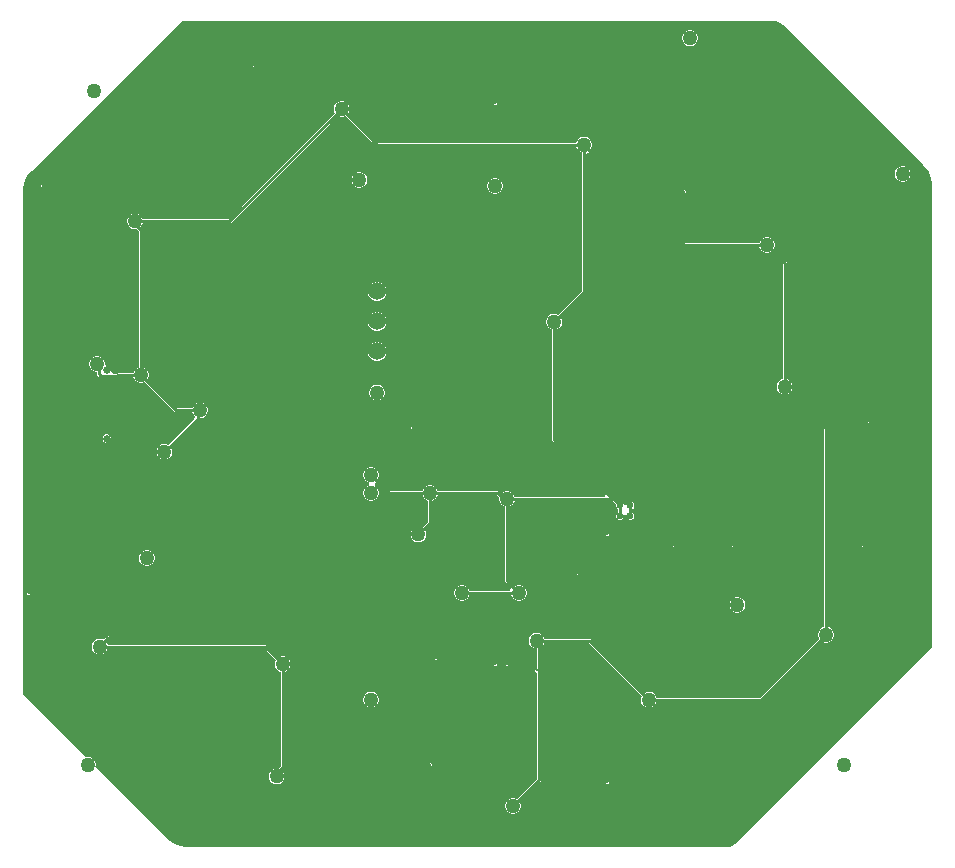
<source format=gbl>
G04*
G04 #@! TF.GenerationSoftware,Altium Limited,Altium Designer,24.9.1 (31)*
G04*
G04 Layer_Physical_Order=4*
G04 Layer_Color=16711680*
%FSLAX44Y44*%
%MOMM*%
G71*
G04*
G04 #@! TF.SameCoordinates,E34D74D8-3647-4743-B869-721777AC5566*
G04*
G04*
G04 #@! TF.FilePolarity,Positive*
G04*
G01*
G75*
%ADD15C,0.2540*%
%ADD47C,0.6500*%
%ADD51C,0.6000*%
%ADD52C,1.5300*%
%ADD53C,1.2700*%
%ADD54C,0.1778*%
G36*
X1432908Y1154344D02*
X1436015Y1153057D01*
X1438811Y1151189D01*
X1440000Y1150000D01*
X1557929Y1032071D01*
Y1032071D01*
X1559610Y1030390D01*
X1562252Y1026436D01*
X1564072Y1022042D01*
X1565000Y1017378D01*
Y1015000D01*
Y625000D01*
X1398536Y458536D01*
X1397695Y457695D01*
X1395718Y456374D01*
X1393521Y455464D01*
X1391189Y455000D01*
X933019D01*
X928112Y455976D01*
X923490Y457891D01*
X919330Y460671D01*
X917561Y462439D01*
X856449Y523551D01*
X856604Y524131D01*
Y525869D01*
X856154Y527549D01*
X855285Y529055D01*
X854055Y530285D01*
X852549Y531154D01*
X850869Y531604D01*
X849131D01*
X848551Y531449D01*
X795000Y585000D01*
Y1009479D01*
Y1011981D01*
X795976Y1016888D01*
X797891Y1021510D01*
X800670Y1025670D01*
X802439Y1027439D01*
X930000Y1155000D01*
X1429610D01*
X1432908Y1154344D01*
D02*
G37*
%LPC*%
G36*
X1360869Y1146604D02*
X1359131D01*
X1357451Y1146154D01*
X1355945Y1145285D01*
X1354716Y1144055D01*
X1353846Y1142549D01*
X1353396Y1140869D01*
Y1139131D01*
X1353846Y1137451D01*
X1354716Y1135945D01*
X1355945Y1134715D01*
X1357451Y1133846D01*
X1359131Y1133396D01*
X1360869D01*
X1362549Y1133846D01*
X1364055Y1134715D01*
X1365284Y1135945D01*
X1366154Y1137451D01*
X1366604Y1139131D01*
Y1140869D01*
X1366154Y1142549D01*
X1365284Y1144055D01*
X1364055Y1145285D01*
X1362549Y1146154D01*
X1360869Y1146604D01*
D02*
G37*
G36*
X989527Y1116143D02*
X988857Y1115473D01*
X988857Y1114527D01*
X989527Y1113857D01*
X990473Y1113857D01*
X991143Y1114527D01*
X991143Y1115473D01*
X990473Y1116143D01*
X990473Y1116143D01*
X989527D01*
D02*
G37*
G36*
X1194527Y1086143D02*
X1193857Y1085473D01*
X1193857Y1084527D01*
X1194527Y1083857D01*
X1195473Y1083857D01*
X1196143Y1084527D01*
X1196143Y1085473D01*
X1195473Y1086143D01*
X1195473Y1086143D01*
X1194527D01*
D02*
G37*
G36*
X1540869Y1031604D02*
X1539131D01*
X1537451Y1031154D01*
X1535945Y1030285D01*
X1534716Y1029055D01*
X1533846Y1027549D01*
X1533396Y1025869D01*
Y1024131D01*
X1533846Y1022451D01*
X1534716Y1020945D01*
X1535945Y1019715D01*
X1537451Y1018846D01*
X1539131Y1018396D01*
X1540869D01*
X1542549Y1018846D01*
X1544055Y1019715D01*
X1545284Y1020945D01*
X1546154Y1022451D01*
X1546604Y1024131D01*
Y1025869D01*
X1546154Y1027549D01*
X1545284Y1029055D01*
X1544055Y1030285D01*
X1542549Y1031154D01*
X1540869Y1031604D01*
D02*
G37*
G36*
X809527Y1016143D02*
X808857Y1015473D01*
X808857Y1014527D01*
X809527Y1013857D01*
X810473Y1013857D01*
X811143Y1014527D01*
X811143Y1015473D01*
X810473Y1016143D01*
X810473Y1016143D01*
X809527D01*
D02*
G37*
G36*
X1080869Y1026604D02*
X1079131D01*
X1077451Y1026154D01*
X1075945Y1025285D01*
X1074715Y1024055D01*
X1073846Y1022549D01*
X1073396Y1020869D01*
Y1019131D01*
X1073846Y1017451D01*
X1074715Y1015945D01*
X1075945Y1014715D01*
X1077451Y1013846D01*
X1079131Y1013396D01*
X1080869D01*
X1082549Y1013846D01*
X1084055Y1014715D01*
X1085285Y1015945D01*
X1086154Y1017451D01*
X1086604Y1019131D01*
Y1020869D01*
X1086154Y1022549D01*
X1085285Y1024055D01*
X1084055Y1025285D01*
X1082549Y1026154D01*
X1080869Y1026604D01*
D02*
G37*
G36*
X1354527Y1011143D02*
X1353857Y1010473D01*
X1353857Y1009527D01*
X1354527Y1008857D01*
X1355473Y1008857D01*
X1356143Y1009527D01*
X1356143Y1010473D01*
X1355473Y1011143D01*
X1355473Y1011143D01*
X1354527D01*
D02*
G37*
G36*
X1195869Y1021604D02*
X1194131D01*
X1192451Y1021154D01*
X1190945Y1020285D01*
X1189715Y1019055D01*
X1188846Y1017549D01*
X1188396Y1015869D01*
Y1014131D01*
X1188846Y1012451D01*
X1189715Y1010945D01*
X1190945Y1009715D01*
X1192451Y1008846D01*
X1194131Y1008396D01*
X1195869D01*
X1197549Y1008846D01*
X1199055Y1009715D01*
X1200285Y1010945D01*
X1201154Y1012451D01*
X1201604Y1014131D01*
Y1015869D01*
X1201154Y1017549D01*
X1200285Y1019055D01*
X1199055Y1020285D01*
X1197549Y1021154D01*
X1195869Y1021604D01*
D02*
G37*
G36*
X1096041Y933704D02*
X1093959D01*
X1091949Y933165D01*
X1090147Y932125D01*
X1088675Y930653D01*
X1087635Y928851D01*
X1087096Y926841D01*
Y924759D01*
X1087635Y922749D01*
X1088675Y920947D01*
X1090147Y919475D01*
X1091949Y918435D01*
X1093959Y917896D01*
X1096041D01*
X1098051Y918435D01*
X1099853Y919475D01*
X1101325Y920947D01*
X1102365Y922749D01*
X1102904Y924759D01*
Y926841D01*
X1102365Y928851D01*
X1101325Y930653D01*
X1099853Y932125D01*
X1098051Y933165D01*
X1096041Y933704D01*
D02*
G37*
G36*
Y908304D02*
X1093959D01*
X1091949Y907765D01*
X1090147Y906725D01*
X1088675Y905253D01*
X1087635Y903451D01*
X1087096Y901441D01*
Y899359D01*
X1087635Y897349D01*
X1088675Y895547D01*
X1090147Y894075D01*
X1091949Y893035D01*
X1093959Y892496D01*
X1096041D01*
X1098051Y893035D01*
X1099853Y894075D01*
X1101325Y895547D01*
X1102365Y897349D01*
X1102904Y899359D01*
Y901441D01*
X1102365Y903451D01*
X1101325Y905253D01*
X1099853Y906725D01*
X1098051Y907765D01*
X1096041Y908304D01*
D02*
G37*
G36*
Y882904D02*
X1093959D01*
X1091949Y882365D01*
X1090147Y881325D01*
X1088675Y879853D01*
X1087635Y878051D01*
X1087096Y876041D01*
Y873959D01*
X1087635Y871949D01*
X1088675Y870147D01*
X1090147Y868675D01*
X1091949Y867635D01*
X1093959Y867096D01*
X1096041D01*
X1098051Y867635D01*
X1099853Y868675D01*
X1101325Y870147D01*
X1102365Y871949D01*
X1102904Y873959D01*
Y876041D01*
X1102365Y878051D01*
X1101325Y879853D01*
X1099853Y881325D01*
X1098051Y882365D01*
X1096041Y882904D01*
D02*
G37*
G36*
X1095869Y846604D02*
X1094131D01*
X1092451Y846154D01*
X1090945Y845285D01*
X1089715Y844055D01*
X1088846Y842549D01*
X1088396Y840869D01*
Y839131D01*
X1088846Y837451D01*
X1089715Y835945D01*
X1090945Y834715D01*
X1092451Y833846D01*
X1094131Y833396D01*
X1095869D01*
X1097549Y833846D01*
X1099055Y834715D01*
X1100285Y835945D01*
X1101154Y837451D01*
X1101604Y839131D01*
Y840869D01*
X1101154Y842549D01*
X1100285Y844055D01*
X1099055Y845285D01*
X1097549Y846154D01*
X1095869Y846604D01*
D02*
G37*
G36*
X1509527Y816143D02*
X1508857Y815473D01*
X1508857Y814527D01*
X1509527Y813857D01*
X1510473Y813857D01*
X1511143Y814527D01*
X1511143Y815473D01*
X1510473Y816143D01*
X1510473Y816143D01*
X1509527D01*
D02*
G37*
G36*
X1124527Y811143D02*
X1123857Y810473D01*
X1123857Y809527D01*
X1124527Y808857D01*
X1125473Y808857D01*
X1126143Y809527D01*
X1126143Y810473D01*
X1125473Y811143D01*
X1125473Y811143D01*
X1124527D01*
D02*
G37*
G36*
X866747Y804604D02*
X865353D01*
X864065Y804071D01*
X863080Y803085D01*
X862546Y801797D01*
Y800403D01*
X863080Y799115D01*
X864065Y798129D01*
X865353Y797596D01*
X866747D01*
X868035Y798129D01*
X869021Y799115D01*
X869554Y800403D01*
Y801797D01*
X869021Y803085D01*
X868035Y804071D01*
X866747Y804604D01*
D02*
G37*
G36*
X1289527Y721143D02*
X1288857Y720473D01*
X1288857Y719527D01*
X1289527Y718857D01*
X1290473Y718857D01*
X1291143Y719527D01*
X1291143Y720473D01*
X1290473Y721143D01*
X1290473Y721143D01*
X1289527D01*
D02*
G37*
G36*
X1504527Y711143D02*
X1503857Y710473D01*
X1503857Y709527D01*
X1504527Y708857D01*
X1505473Y708857D01*
X1506143Y709527D01*
X1506143Y710473D01*
X1505473Y711143D01*
X1505473Y711143D01*
X1504527D01*
D02*
G37*
G36*
X1394527D02*
X1393857Y710473D01*
X1393857Y709527D01*
X1394527Y708857D01*
X1395473Y708857D01*
X1396143Y709527D01*
X1396143Y710473D01*
X1395473Y711143D01*
X1395473Y711143D01*
X1394527D01*
D02*
G37*
G36*
X1344527D02*
X1343857Y710473D01*
X1343857Y709527D01*
X1344527Y708857D01*
X1345473Y708857D01*
X1346143Y709527D01*
X1346143Y710473D01*
X1345473Y711143D01*
X1345473Y711143D01*
X1344527D01*
D02*
G37*
G36*
X900869Y706604D02*
X899131D01*
X897451Y706154D01*
X895945Y705285D01*
X894715Y704055D01*
X893846Y702549D01*
X893396Y700869D01*
Y699131D01*
X893846Y697451D01*
X894715Y695945D01*
X895945Y694715D01*
X897451Y693846D01*
X899131Y693396D01*
X900869D01*
X902549Y693846D01*
X904055Y694715D01*
X905285Y695945D01*
X906154Y697451D01*
X906604Y699131D01*
Y700869D01*
X906154Y702549D01*
X905285Y704055D01*
X904055Y705285D01*
X902549Y706154D01*
X900869Y706604D01*
D02*
G37*
G36*
X1264527Y686143D02*
X1263857Y685473D01*
X1263857Y684527D01*
X1264527Y683857D01*
X1265473Y683857D01*
X1266143Y684527D01*
X1266143Y685473D01*
X1265473Y686143D01*
X1265473Y686143D01*
X1264527D01*
D02*
G37*
G36*
X799527Y671143D02*
X798857Y670473D01*
X798857Y669527D01*
X799527Y668857D01*
X800473Y668857D01*
X801143Y669527D01*
X801143Y670473D01*
X800473Y671143D01*
X800473Y671143D01*
X799527D01*
D02*
G37*
G36*
X1400869Y666604D02*
X1399131D01*
X1397451Y666154D01*
X1395945Y665285D01*
X1394716Y664055D01*
X1393846Y662549D01*
X1393396Y660869D01*
Y659131D01*
X1393846Y657451D01*
X1394716Y655945D01*
X1395945Y654715D01*
X1397451Y653846D01*
X1399131Y653396D01*
X1400869D01*
X1402549Y653846D01*
X1404055Y654715D01*
X1405284Y655945D01*
X1406154Y657451D01*
X1406604Y659131D01*
Y660869D01*
X1406154Y662549D01*
X1405284Y664055D01*
X1404055Y665285D01*
X1402549Y666154D01*
X1400869Y666604D01*
D02*
G37*
G36*
X867121Y633897D02*
X867088Y633883D01*
X865955Y633414D01*
X865955D01*
X865941Y633400D01*
X865125Y632584D01*
X863276Y630734D01*
X862549Y631154D01*
X860869Y631604D01*
X859131D01*
X857451Y631154D01*
X855945Y630285D01*
X854715Y629055D01*
X853846Y627549D01*
X853396Y625869D01*
Y624131D01*
X853846Y622451D01*
X854715Y620945D01*
X855945Y619715D01*
X857451Y618846D01*
X859131Y618396D01*
X860869D01*
X862549Y618846D01*
X864055Y619715D01*
X865285Y620945D01*
X866154Y622451D01*
X866395Y623350D01*
X999317D01*
X1009312Y613355D01*
X1008846Y612549D01*
X1008396Y610869D01*
Y609131D01*
X1008846Y607451D01*
X1009715Y605945D01*
X1010945Y604715D01*
X1012451Y603846D01*
X1013350Y603605D01*
Y523433D01*
X1011384Y521466D01*
X1010870Y521604D01*
X1009131D01*
X1007451Y521154D01*
X1005945Y520285D01*
X1004715Y519055D01*
X1003846Y517549D01*
X1003396Y515869D01*
Y514131D01*
X1003846Y512451D01*
X1004715Y510945D01*
X1005945Y509715D01*
X1007451Y508846D01*
X1009131Y508396D01*
X1010870D01*
X1012549Y508846D01*
X1014055Y509715D01*
X1015285Y510945D01*
X1016154Y512451D01*
X1016604Y514131D01*
Y515869D01*
X1016154Y517549D01*
X1015285Y519055D01*
X1014462Y519878D01*
X1016166Y521583D01*
X1016650Y522749D01*
Y603605D01*
X1017549Y603846D01*
X1019055Y604715D01*
X1020285Y605945D01*
X1021154Y607451D01*
X1021604Y609131D01*
Y610869D01*
X1021154Y612549D01*
X1020285Y614055D01*
X1019055Y615285D01*
X1017549Y616154D01*
X1015869Y616604D01*
X1014131D01*
X1012451Y616154D01*
X1011645Y615688D01*
X1001166Y626166D01*
X1000000Y626650D01*
X867449D01*
X866397Y629190D01*
X868274Y631067D01*
X868274Y631067D01*
X868288Y631081D01*
Y631081D01*
X868771Y632247D01*
X868771Y632247D01*
X868391Y633165D01*
D01*
X868288Y633414D01*
X868039Y633516D01*
D01*
X867121Y633897D01*
X867121Y633897D01*
D02*
G37*
G36*
X1144527Y616143D02*
X1143857Y615474D01*
X1143857Y614526D01*
X1144527Y613857D01*
X1145473Y613857D01*
X1146143Y614526D01*
X1146143Y615473D01*
X1145473Y616143D01*
X1145473Y616143D01*
X1144527D01*
D02*
G37*
G36*
X1204527Y611143D02*
X1203857Y610474D01*
X1203857Y609526D01*
X1204527Y608857D01*
X1205473Y608857D01*
X1206143Y609526D01*
X1206143Y610473D01*
X1205473Y611143D01*
X1205473Y611143D01*
X1204527D01*
D02*
G37*
G36*
X1194527D02*
X1193857Y610474D01*
X1193857Y609526D01*
X1194527Y608857D01*
X1195473Y608857D01*
X1196143Y609526D01*
X1196143Y610473D01*
X1195473Y611143D01*
X1195473Y611143D01*
X1194527D01*
D02*
G37*
G36*
X1065869Y1086604D02*
X1064131D01*
X1062451Y1086154D01*
X1060945Y1085285D01*
X1059715Y1084055D01*
X1058846Y1082549D01*
X1058396Y1080869D01*
Y1079131D01*
X1058846Y1077451D01*
X1059312Y1076645D01*
X969317Y986650D01*
X896395D01*
X896154Y987549D01*
X895285Y989055D01*
X894055Y990285D01*
X892549Y991154D01*
X890869Y991604D01*
X889131D01*
X887451Y991154D01*
X885945Y990285D01*
X884715Y989055D01*
X883846Y987549D01*
X883396Y985870D01*
Y984131D01*
X883846Y982451D01*
X884715Y980945D01*
X885945Y979715D01*
X887451Y978846D01*
X889131Y978396D01*
X890869D01*
X891384Y978534D01*
X893350Y976568D01*
Y861395D01*
X892451Y861154D01*
X890945Y860285D01*
X889715Y859055D01*
X888846Y857549D01*
X888605Y856650D01*
X876027D01*
X874861Y856167D01*
X874470Y855776D01*
X871200D01*
X869554Y858203D01*
Y859597D01*
X869021Y860885D01*
X868035Y861870D01*
X866747Y862404D01*
X865035Y863261D01*
X864483Y864751D01*
Y865277D01*
X864033Y866956D01*
X863163Y868462D01*
X861934Y869692D01*
X860428Y870561D01*
X858748Y871011D01*
X857009D01*
X855330Y870561D01*
X853824Y869692D01*
X852594Y868462D01*
X851725Y866956D01*
X851275Y865277D01*
Y863538D01*
X851725Y861858D01*
X852594Y860352D01*
X853824Y859123D01*
X855330Y858253D01*
X857009Y857803D01*
X857737D01*
Y855614D01*
X858220Y854447D01*
X859708Y852960D01*
X860874Y852476D01*
X875153D01*
X876320Y852960D01*
X876711Y853350D01*
X888605D01*
X888846Y852451D01*
X889715Y850945D01*
X890945Y849715D01*
X892451Y848846D01*
X894130Y848396D01*
X895869D01*
X897549Y848846D01*
X898355Y849312D01*
X923834Y823834D01*
X925000Y823350D01*
X938605D01*
X938846Y822451D01*
X939715Y820945D01*
X940945Y819715D01*
X939997Y817330D01*
X918355Y795688D01*
X917549Y796154D01*
X915869Y796604D01*
X914131D01*
X912451Y796154D01*
X910945Y795285D01*
X909715Y794055D01*
X908846Y792549D01*
X908396Y790869D01*
Y789131D01*
X908846Y787451D01*
X909715Y785945D01*
X910945Y784715D01*
X912451Y783846D01*
X914131Y783396D01*
X915869D01*
X917549Y783846D01*
X919055Y784715D01*
X920285Y785945D01*
X921154Y787451D01*
X921604Y789131D01*
Y790869D01*
X921154Y792549D01*
X920688Y793355D01*
X944222Y816890D01*
X944706Y818056D01*
Y818396D01*
X945869D01*
X947549Y818846D01*
X949055Y819715D01*
X950285Y820945D01*
X951154Y822451D01*
X951604Y824131D01*
Y825869D01*
X951154Y827549D01*
X950285Y829055D01*
X949055Y830285D01*
X947549Y831154D01*
X945869Y831604D01*
X944130D01*
X942451Y831154D01*
X940945Y830285D01*
X939715Y829055D01*
X938846Y827549D01*
X938605Y826650D01*
X925683D01*
X900688Y851645D01*
X901154Y852451D01*
X901604Y854131D01*
Y855870D01*
X901154Y857549D01*
X900285Y859055D01*
X899055Y860285D01*
X897549Y861154D01*
X896650Y861395D01*
Y977251D01*
X896166Y978417D01*
X894462Y980122D01*
X895285Y980945D01*
X896154Y982451D01*
X896395Y983350D01*
X970000D01*
X971166Y983834D01*
X1061645Y1074312D01*
X1062451Y1073846D01*
X1064131Y1073396D01*
X1065869D01*
X1067549Y1073846D01*
X1068355Y1074312D01*
X1093834Y1048834D01*
X1095000Y1048350D01*
X1263605D01*
X1263846Y1047451D01*
X1264715Y1045945D01*
X1265945Y1044715D01*
X1267451Y1043846D01*
X1268350Y1043605D01*
Y925683D01*
X1248355Y905688D01*
X1247549Y906154D01*
X1245869Y906604D01*
X1244131D01*
X1242451Y906154D01*
X1240945Y905285D01*
X1239715Y904055D01*
X1238846Y902549D01*
X1238396Y900869D01*
Y899131D01*
X1238846Y897451D01*
X1239715Y895945D01*
X1240945Y894715D01*
X1242451Y893846D01*
X1243350Y893605D01*
Y800000D01*
X1243834Y798834D01*
X1288671Y753996D01*
X1287699Y751650D01*
X1211395D01*
X1211154Y752549D01*
X1210285Y754055D01*
X1209055Y755285D01*
X1207549Y756154D01*
X1205869Y756604D01*
X1204131D01*
X1202451Y756154D01*
X1200945Y755285D01*
X1200122Y754462D01*
X1198417Y756166D01*
X1197251Y756650D01*
X1146395D01*
X1146154Y757549D01*
X1145285Y759055D01*
X1144055Y760285D01*
X1142549Y761154D01*
X1140869Y761604D01*
X1139131D01*
X1137451Y761154D01*
X1135945Y760285D01*
X1134715Y759055D01*
X1133846Y757549D01*
X1133605Y756650D01*
X1106037D01*
X1095688Y766999D01*
X1096154Y767805D01*
X1096604Y769484D01*
Y771223D01*
X1096154Y772903D01*
X1095285Y774409D01*
X1094055Y775639D01*
X1092549Y776508D01*
X1090869Y776958D01*
X1089131D01*
X1087451Y776508D01*
X1085945Y775639D01*
X1084715Y774409D01*
X1083846Y772903D01*
X1083396Y771223D01*
Y769484D01*
X1083846Y767805D01*
X1084715Y766299D01*
X1085945Y765070D01*
X1087451Y764200D01*
X1088228Y763992D01*
Y761362D01*
X1087451Y761154D01*
X1085945Y760285D01*
X1084715Y759055D01*
X1083846Y757549D01*
X1083396Y755869D01*
Y754130D01*
X1083846Y752451D01*
X1084715Y750945D01*
X1085945Y749715D01*
X1087451Y748846D01*
X1089131Y748396D01*
X1090869D01*
X1092549Y748846D01*
X1094055Y749715D01*
X1095285Y750945D01*
X1096154Y752451D01*
X1096604Y754130D01*
Y755869D01*
X1096154Y757549D01*
X1095285Y759055D01*
X1094055Y760285D01*
X1093481Y760616D01*
X1093542Y763390D01*
X1094312Y763709D01*
X1104188Y753834D01*
X1105354Y753350D01*
X1133605D01*
X1133846Y752451D01*
X1134715Y750945D01*
X1135945Y749715D01*
X1137451Y748846D01*
X1138350Y748605D01*
Y730683D01*
X1133355Y725688D01*
X1132549Y726154D01*
X1130869Y726604D01*
X1129131D01*
X1127451Y726154D01*
X1125945Y725285D01*
X1124715Y724055D01*
X1123846Y722549D01*
X1123396Y720869D01*
Y719131D01*
X1123846Y717451D01*
X1124715Y715945D01*
X1125945Y714715D01*
X1127451Y713846D01*
X1129131Y713396D01*
X1130869D01*
X1132549Y713846D01*
X1134055Y714715D01*
X1135285Y715945D01*
X1136154Y717451D01*
X1136604Y719131D01*
Y720869D01*
X1136154Y722549D01*
X1135688Y723355D01*
X1141166Y728834D01*
X1141650Y730000D01*
Y748605D01*
X1142549Y748846D01*
X1144055Y749715D01*
X1145285Y750945D01*
X1146154Y752451D01*
X1146395Y753350D01*
X1196568D01*
X1198534Y751384D01*
X1198396Y750869D01*
Y749131D01*
X1198846Y747451D01*
X1199715Y745945D01*
X1200945Y744715D01*
X1202451Y743846D01*
X1203350Y743605D01*
Y680450D01*
X1203834Y679283D01*
X1208529Y674588D01*
X1207477Y672048D01*
X1173129D01*
X1172870Y673011D01*
X1172001Y674517D01*
X1170771Y675746D01*
X1169266Y676616D01*
X1167586Y677066D01*
X1165847D01*
X1164167Y676616D01*
X1162662Y675746D01*
X1161432Y674517D01*
X1160563Y673011D01*
X1160113Y671331D01*
Y669592D01*
X1160563Y667913D01*
X1161432Y666407D01*
X1162662Y665177D01*
X1164167Y664308D01*
X1165847Y663858D01*
X1167586D01*
X1169266Y664308D01*
X1170771Y665177D01*
X1172001Y666407D01*
X1172870Y667913D01*
X1173094Y668749D01*
X1208703D01*
X1208961Y667786D01*
X1209830Y666280D01*
X1211060Y665050D01*
X1212566Y664181D01*
X1214245Y663731D01*
X1215984D01*
X1217664Y664181D01*
X1219170Y665050D01*
X1220399Y666280D01*
X1221269Y667786D01*
X1221719Y669465D01*
Y671204D01*
X1221269Y672884D01*
X1220399Y674390D01*
X1219170Y675619D01*
X1217664Y676489D01*
X1215984Y676939D01*
X1214245D01*
X1212566Y676489D01*
X1211759Y676023D01*
X1206650Y681133D01*
Y743605D01*
X1207549Y743846D01*
X1209055Y744715D01*
X1210285Y745945D01*
X1211154Y747451D01*
X1211395Y748350D01*
X1294317D01*
X1297326Y745341D01*
X1297246Y745147D01*
Y743853D01*
X1297741Y742657D01*
X1298657Y741741D01*
X1298850Y741661D01*
Y738339D01*
X1298657Y738259D01*
X1297741Y737343D01*
X1297246Y736147D01*
Y734853D01*
X1297741Y733657D01*
X1298657Y732741D01*
X1299853Y732246D01*
X1301147D01*
X1302343Y732741D01*
X1303259Y733657D01*
X1303339Y733850D01*
X1306661D01*
X1306741Y733657D01*
X1307657Y732741D01*
X1308853Y732246D01*
X1310147D01*
X1311343Y732741D01*
X1312259Y733657D01*
X1312754Y734853D01*
Y736147D01*
X1312259Y737343D01*
X1311343Y738259D01*
X1311150Y738339D01*
Y741661D01*
X1311343Y741741D01*
X1312259Y742657D01*
X1312754Y743853D01*
Y745147D01*
X1312259Y746343D01*
X1311343Y747259D01*
X1310147Y747754D01*
X1308853D01*
X1307657Y747259D01*
X1306741Y746343D01*
X1306246Y745147D01*
X1303754D01*
X1303259Y746343D01*
X1302343Y747259D01*
X1301147Y747754D01*
X1299853D01*
X1299659Y747674D01*
X1296166Y751166D01*
X1246650Y800683D01*
Y893605D01*
X1247549Y893846D01*
X1249055Y894715D01*
X1250285Y895945D01*
X1251154Y897451D01*
X1251604Y899131D01*
Y900869D01*
X1251154Y902549D01*
X1250688Y903355D01*
X1271166Y923834D01*
X1271650Y925000D01*
Y1042426D01*
X1274190Y1043478D01*
X1353834Y963834D01*
X1355000Y963350D01*
X1418605D01*
X1418846Y962451D01*
X1419716Y960945D01*
X1420945Y959715D01*
X1422451Y958846D01*
X1424131Y958396D01*
X1425869D01*
X1427549Y958846D01*
X1428356Y959312D01*
X1438350Y949317D01*
Y851395D01*
X1437451Y851154D01*
X1435945Y850285D01*
X1434716Y849055D01*
X1433846Y847549D01*
X1433396Y845870D01*
Y844131D01*
X1433846Y842451D01*
X1434716Y840945D01*
X1435945Y839715D01*
X1437451Y838846D01*
X1439131Y838396D01*
X1440869D01*
X1442549Y838846D01*
X1443356Y839312D01*
X1473350Y809317D01*
Y641395D01*
X1472451Y641154D01*
X1470945Y640285D01*
X1469716Y639055D01*
X1468846Y637549D01*
X1468396Y635869D01*
Y634131D01*
X1468846Y632451D01*
X1469312Y631645D01*
X1419317Y581650D01*
X1331395D01*
X1331154Y582549D01*
X1330284Y584055D01*
X1329055Y585285D01*
X1327549Y586154D01*
X1325869Y586604D01*
X1324131D01*
X1322451Y586154D01*
X1321644Y585688D01*
X1276166Y631166D01*
X1275000Y631650D01*
X1236395D01*
X1236154Y632549D01*
X1235285Y634055D01*
X1234055Y635285D01*
X1232549Y636154D01*
X1230869Y636604D01*
X1229131D01*
X1227451Y636154D01*
X1225945Y635285D01*
X1224715Y634055D01*
X1223846Y632549D01*
X1223396Y630869D01*
Y629131D01*
X1223846Y627451D01*
X1224715Y625945D01*
X1225945Y624715D01*
X1227451Y623846D01*
X1229131Y623396D01*
X1230763D01*
Y608815D01*
X1230763Y606277D01*
X1229527Y606143D01*
X1228857Y605474D01*
X1228857Y604526D01*
X1229527Y603857D01*
X1230763Y601437D01*
Y513096D01*
X1213355Y495688D01*
X1212549Y496154D01*
X1210869Y496604D01*
X1209131D01*
X1207451Y496154D01*
X1205945Y495285D01*
X1204715Y494055D01*
X1203846Y492549D01*
X1203396Y490869D01*
Y489131D01*
X1203846Y487451D01*
X1204715Y485945D01*
X1205945Y484715D01*
X1207451Y483846D01*
X1209131Y483396D01*
X1210869D01*
X1212549Y483846D01*
X1214055Y484715D01*
X1215285Y485945D01*
X1216154Y487451D01*
X1216604Y489131D01*
Y490869D01*
X1216154Y492549D01*
X1215688Y493355D01*
X1233579Y511247D01*
X1234063Y512413D01*
Y624723D01*
X1235285Y625945D01*
X1236154Y627451D01*
X1236395Y628350D01*
X1274317D01*
X1319312Y583355D01*
X1318846Y582549D01*
X1318396Y580869D01*
Y579131D01*
X1318846Y577451D01*
X1319716Y575945D01*
X1320945Y574715D01*
X1322451Y573846D01*
X1324131Y573396D01*
X1325869D01*
X1327549Y573846D01*
X1329055Y574715D01*
X1330284Y575945D01*
X1331154Y577451D01*
X1331395Y578350D01*
X1420000D01*
X1421166Y578834D01*
X1471644Y629312D01*
X1472451Y628846D01*
X1474131Y628396D01*
X1475869D01*
X1477549Y628846D01*
X1479055Y629715D01*
X1480284Y630945D01*
X1481154Y632451D01*
X1481604Y634131D01*
Y635869D01*
X1481154Y637549D01*
X1480284Y639055D01*
X1479055Y640285D01*
X1477549Y641154D01*
X1476650Y641395D01*
Y810000D01*
X1476166Y811166D01*
X1445688Y841645D01*
X1446154Y842451D01*
X1446604Y844131D01*
Y845870D01*
X1446154Y847549D01*
X1445284Y849055D01*
X1444055Y850285D01*
X1442549Y851154D01*
X1441650Y851395D01*
Y950000D01*
X1441166Y951166D01*
X1430688Y961645D01*
X1431154Y962451D01*
X1431604Y964131D01*
Y965869D01*
X1431154Y967549D01*
X1430284Y969055D01*
X1429055Y970285D01*
X1427549Y971154D01*
X1425869Y971604D01*
X1424131D01*
X1422451Y971154D01*
X1420945Y970285D01*
X1419716Y969055D01*
X1418846Y967549D01*
X1418605Y966650D01*
X1355683D01*
X1275688Y1046645D01*
X1276154Y1047451D01*
X1276604Y1049131D01*
Y1050870D01*
X1276154Y1052549D01*
X1275285Y1054055D01*
X1274055Y1055285D01*
X1272549Y1056154D01*
X1270869Y1056604D01*
X1269131D01*
X1267451Y1056154D01*
X1265945Y1055285D01*
X1264715Y1054055D01*
X1263846Y1052549D01*
X1263605Y1051650D01*
X1095683D01*
X1070688Y1076645D01*
X1071154Y1077451D01*
X1071604Y1079131D01*
Y1080869D01*
X1071154Y1082549D01*
X1070285Y1084055D01*
X1069055Y1085285D01*
X1067549Y1086154D01*
X1065869Y1086604D01*
D02*
G37*
G36*
X1090869Y586604D02*
X1089131D01*
X1087451Y586154D01*
X1085945Y585285D01*
X1084715Y584055D01*
X1083846Y582549D01*
X1083396Y580869D01*
Y579131D01*
X1083846Y577451D01*
X1084715Y575945D01*
X1085945Y574715D01*
X1087451Y573846D01*
X1089131Y573396D01*
X1090869D01*
X1092549Y573846D01*
X1094055Y574715D01*
X1095285Y575945D01*
X1096154Y577451D01*
X1096604Y579131D01*
Y580869D01*
X1096154Y582549D01*
X1095285Y584055D01*
X1094055Y585285D01*
X1092549Y586154D01*
X1090869Y586604D01*
D02*
G37*
G36*
X934527Y546143D02*
X933857Y545474D01*
X933857Y544526D01*
X934527Y543857D01*
X935473Y543857D01*
X936143Y544526D01*
X936143Y545474D01*
X935473Y546143D01*
X935473Y546143D01*
X934527D01*
D02*
G37*
G36*
X1139527Y526143D02*
X1138857Y525474D01*
X1138857Y524526D01*
X1139527Y523857D01*
X1140473Y523857D01*
X1141143Y524526D01*
X1141143Y525473D01*
X1140473Y526143D01*
X1140473Y526143D01*
X1139527D01*
D02*
G37*
G36*
X1289527Y511143D02*
X1288857Y510474D01*
X1288857Y509526D01*
X1289527Y508857D01*
X1290473Y508857D01*
X1291143Y509526D01*
X1291143Y510474D01*
X1290473Y511143D01*
X1290473Y511143D01*
X1289527D01*
D02*
G37*
%LPD*%
D15*
X915000Y790000D02*
X943056Y818056D01*
Y823056D01*
X945000Y825000D01*
X895000Y855000D02*
X925000Y825000D01*
X945000D01*
X857879Y864407D02*
X859386Y862900D01*
Y855614D02*
Y862900D01*
Y855614D02*
X860874Y854126D01*
X875153D01*
X876027Y855000D02*
X895000D01*
X875153Y854126D02*
X876027Y855000D01*
X890000Y982251D02*
Y985000D01*
X895000Y855000D02*
Y977251D01*
X890000Y982251D02*
X895000Y977251D01*
X1105354Y755000D02*
X1140000D01*
X1090000Y770354D02*
X1105354Y755000D01*
X1215051Y670398D02*
X1215115Y670335D01*
X1205000Y680450D02*
X1215051Y670398D01*
X1205000Y680450D02*
Y750000D01*
X1166717Y670462D02*
X1166780Y670398D01*
X1215051D01*
X1197251Y755000D02*
X1202251Y750000D01*
X1205000D01*
X1140000Y755000D02*
X1197251D01*
X1140000Y730000D02*
Y755000D01*
X1130000Y720000D02*
X1140000Y730000D01*
X1215000Y670000D02*
Y670220D01*
X1215115Y670335D01*
X1245000Y800000D02*
X1295000Y750000D01*
X1300500Y744500D01*
X1205000Y750000D02*
X1295000D01*
X1300500Y735500D02*
Y744500D01*
Y735500D02*
X1309500D01*
Y744500D01*
X1245000Y800000D02*
Y900000D01*
X1270000Y925000D02*
Y1050000D01*
X1245000Y900000D02*
X1270000Y925000D01*
X970000Y985000D02*
X1065000Y1080000D01*
X890000Y985000D02*
X970000D01*
X1065000Y1080000D02*
X1095000Y1050000D01*
X1270000D01*
X1355000Y965000D02*
X1425000D01*
X1270000Y1050000D02*
X1355000Y965000D01*
X1440000Y845000D02*
Y950000D01*
X1425000Y965000D02*
X1440000Y950000D01*
Y845000D02*
X1475000Y810000D01*
Y635000D02*
Y810000D01*
X1420000Y580000D02*
X1475000Y635000D01*
X1325000Y580000D02*
X1420000D01*
X1230000Y630000D02*
X1275000D01*
X1325000Y580000D01*
X1232413Y512413D02*
Y624838D01*
X1210000Y490000D02*
X1232413Y512413D01*
X1010000Y515000D02*
Y517749D01*
X1015000Y522749D02*
Y610000D01*
X1010000Y517749D02*
X1015000Y522749D01*
X1000000Y625000D02*
X1015000Y610000D01*
X860000Y625000D02*
X1000000D01*
X860000Y625126D02*
X867121Y632247D01*
X860000Y625000D02*
Y625126D01*
D47*
X866050Y801100D02*
D03*
Y858900D02*
D03*
D51*
X1309500Y735500D02*
D03*
X1300500D02*
D03*
X1309500Y744500D02*
D03*
X1300500D02*
D03*
D52*
X1095000Y925800D02*
D03*
Y900400D02*
D03*
Y875000D02*
D03*
D53*
X1400000Y660000D02*
D03*
X1090000Y580000D02*
D03*
X900000Y700000D02*
D03*
X1195000Y1015000D02*
D03*
X1080000Y1020000D02*
D03*
X855000Y1095000D02*
D03*
X850000Y525000D02*
D03*
X1490000D02*
D03*
X1540000Y1025000D02*
D03*
X1360000Y1140000D02*
D03*
X1090000Y755000D02*
D03*
X915000Y790000D02*
D03*
X857879Y864407D02*
D03*
X1090000Y770354D02*
D03*
X1215115Y670335D02*
D03*
X1166717Y670462D02*
D03*
X1130000Y720000D02*
D03*
X1140000Y755000D02*
D03*
X1205000Y750000D02*
D03*
X945000Y825000D02*
D03*
X1230000Y630000D02*
D03*
X1210000Y490000D02*
D03*
X895000Y855000D02*
D03*
X1010000Y515000D02*
D03*
X1015000Y610000D02*
D03*
X860000Y625000D02*
D03*
X1325000Y580000D02*
D03*
X1475000Y635000D02*
D03*
X1440000Y845000D02*
D03*
X1425000Y965000D02*
D03*
X1270000Y1050000D02*
D03*
X1065000Y1080000D02*
D03*
X890000Y985000D02*
D03*
X1245000Y900000D02*
D03*
X1095000Y840000D02*
D03*
D54*
X1230000Y605000D02*
D03*
X1290000Y510000D02*
D03*
X800000Y670000D02*
D03*
X935000Y545000D02*
D03*
X1140000Y525000D02*
D03*
X1505000Y710000D02*
D03*
X1510000Y815000D02*
D03*
X1355000Y1010000D02*
D03*
X1195000Y1085000D02*
D03*
X990000Y1115000D02*
D03*
X810000Y1015000D02*
D03*
X1395000Y710000D02*
D03*
X1345000D02*
D03*
X1265000Y685000D02*
D03*
X1290000Y720000D02*
D03*
X1205000Y610000D02*
D03*
X1195000D02*
D03*
X1145000Y615000D02*
D03*
X1125000Y810000D02*
D03*
M02*

</source>
